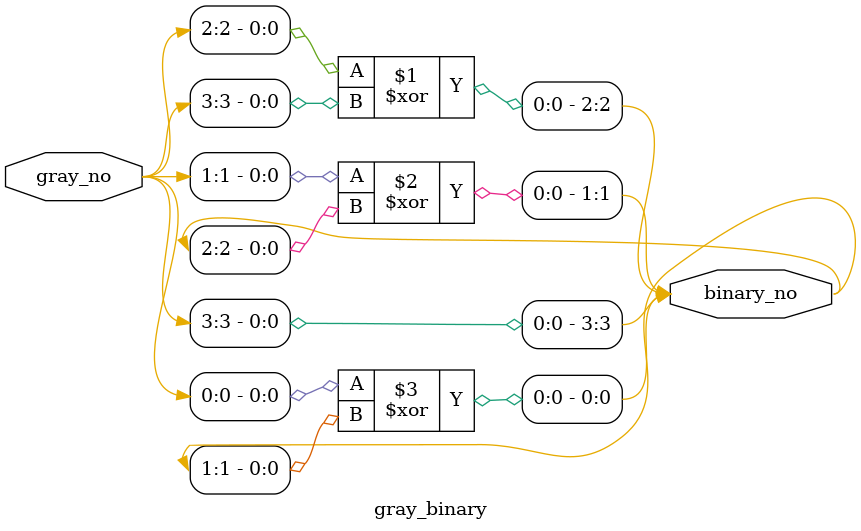
<source format=v>
`timescale 1ns / 1ps


module gray_binary(binary_no,gray_no);
input [3:0] gray_no;
output [3:0] binary_no;

buf g1(binary_no[3],gray_no[3]);
xor g2(binary_no[2],gray_no[2],binary_no[3]);
xor g3(binary_no[1],gray_no[1],binary_no[2]);
xor g4(binary_no[0],gray_no[0],binary_no[1]);

endmodule

</source>
